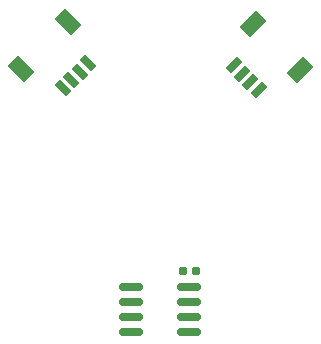
<source format=gbr>
%TF.GenerationSoftware,KiCad,Pcbnew,7.0.5-7.0.5~ubuntu20.04.1*%
%TF.CreationDate,2023-07-06T17:20:07+02:00*%
%TF.ProjectId,sao_barebones,73616f5f-6261-4726-9562-6f6e65732e6b,rev?*%
%TF.SameCoordinates,Original*%
%TF.FileFunction,Paste,Bot*%
%TF.FilePolarity,Positive*%
%FSLAX45Y45*%
G04 Gerber Fmt 4.5, Leading zero omitted, Abs format (unit mm)*
G04 Created by KiCad (PCBNEW 7.0.5-7.0.5~ubuntu20.04.1) date 2023-07-06 17:20:07*
%MOMM*%
%LPD*%
G01*
G04 APERTURE LIST*
G04 Aperture macros list*
%AMRoundRect*
0 Rectangle with rounded corners*
0 $1 Rounding radius*
0 $2 $3 $4 $5 $6 $7 $8 $9 X,Y pos of 4 corners*
0 Add a 4 corners polygon primitive as box body*
4,1,4,$2,$3,$4,$5,$6,$7,$8,$9,$2,$3,0*
0 Add four circle primitives for the rounded corners*
1,1,$1+$1,$2,$3*
1,1,$1+$1,$4,$5*
1,1,$1+$1,$6,$7*
1,1,$1+$1,$8,$9*
0 Add four rect primitives between the rounded corners*
20,1,$1+$1,$2,$3,$4,$5,0*
20,1,$1+$1,$4,$5,$6,$7,0*
20,1,$1+$1,$6,$7,$8,$9,0*
20,1,$1+$1,$8,$9,$2,$3,0*%
%AMRotRect*
0 Rectangle, with rotation*
0 The origin of the aperture is its center*
0 $1 length*
0 $2 width*
0 $3 Rotation angle, in degrees counterclockwise*
0 Add horizontal line*
21,1,$1,$2,0,0,$3*%
G04 Aperture macros list end*
%ADD10RoundRect,0.155000X-0.212500X-0.155000X0.212500X-0.155000X0.212500X0.155000X-0.212500X0.155000X0*%
%ADD11RotRect,0.599440X1.348740X315.000000*%
%ADD12RotRect,1.198880X1.998980X315.000000*%
%ADD13RotRect,0.599440X1.348740X45.000000*%
%ADD14RotRect,1.198880X1.998980X45.000000*%
%ADD15RoundRect,0.150000X0.825000X0.150000X-0.825000X0.150000X-0.825000X-0.150000X0.825000X-0.150000X0*%
G04 APERTURE END LIST*
D10*
%TO.C,C1*%
X15193250Y-8425000D03*
X15306750Y-8425000D03*
%TD*%
D11*
%TO.C,J2*%
X15624602Y-6679277D03*
X15695367Y-6750041D03*
X15765772Y-6820446D03*
X15836536Y-6891211D03*
D12*
X15792353Y-6327610D03*
X16188203Y-6723460D03*
%TD*%
D13*
%TO.C,J3*%
X14179277Y-6875398D03*
X14250041Y-6804633D03*
X14320446Y-6734228D03*
X14391211Y-6663464D03*
D14*
X13827610Y-6707646D03*
X14223460Y-6311797D03*
%TD*%
D15*
%TO.C,U1*%
X15247500Y-8559500D03*
X15247500Y-8686500D03*
X15247500Y-8813500D03*
X15247500Y-8940500D03*
X14752500Y-8940500D03*
X14752500Y-8813500D03*
X14752500Y-8686500D03*
X14752500Y-8559500D03*
%TD*%
M02*

</source>
